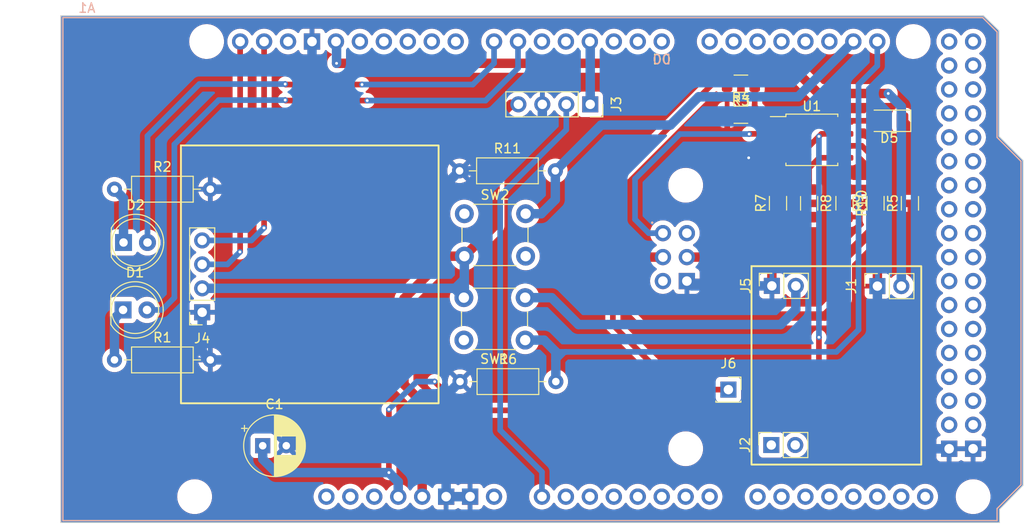
<source format=kicad_pcb>
(kicad_pcb (version 20221018) (generator pcbnew)
  (layers (0 "F.Cu" signal) (31 "B.Cu" signal) (34 "B.Paste" user) (35 "F.Paste" user) (36 "B.SilkS" user "B.Silkscreen") (37 "F.SilkS" user "F.Silkscreen") (38 "B.Mask" user) (39 "F.Mask" user) (44 "Edge.Cuts" user))
  (net 0 "")
  (net 1 "3V3")
  (net 2 "5V")
  (net 6 "A0")
  (net 26 "PE5")
  (net 29 "Net-(D1-A)")
  (net 30 "Net-(D2-A)")
  (net 36 "PB7")
  (net 43 "Net-(A1-D20{slash}SDA)")
  (net 44 "Net-(A1-D21{slash}SCL)")
  (net 77 "GND")
  (net 79 "MISO")
  (net 80 "MOSI")
  (net 83 "SCK")
  (net 84 "SCL_OLED")
  (net 85 "SDA_OLED")
  (net 87 "Net-(D1-K)")
  (net 88 "Net-(D2-K)")
  (net 89 "Net-(D5-K)")
  (net 92 "CS")
  (net 93 "Net-(U1-~{CS})")
  (net 94 "Data_In")
  (net 95 "CLK")
  (footprint "Resistor_SMD:R_1206_3216Metric" (layer "F.Cu") (at 180.01 85.9375 90)
    (fp_text reference "R7" (at 0 -1.82 90) (layer "F.SilkS"))
    (fp_text value "1k")
    (pad "1" smd roundrect (at -1.4625 0 90) (size 1.125 1.75) (layers "F.Cu" "F.Paste" "F.Mask") (roundrect_rratio 0.222222) (net 80 "MOSI"))
    (pad "2" smd roundrect (at 1.4625 0 90) (size 1.125 1.75) (layers "F.Cu" "F.Paste" "F.Mask") (roundrect_rratio 0.222222) (net 94 "Data_In"))
  )
  (footprint "LED_THT:LED_D5.0mm" (layer "F.Cu") (at 110.61 90.1)
    (fp_text reference "D2" (at 1.27 -3.96) (layer "F.SilkS"))
    (fp_text value "LED")
    (pad "1" thru_hole rect (at 0 0) (size 1.8 1.8) (drill 0.9) (layers "*.Cu" "*.Mask") (net 88 "Net-(D2-K)"))
    (pad "2" thru_hole circle (at 2.54 0) (size 1.8 1.8) (drill 0.9) (layers "*.Cu" "*.Mask") (net 30 "Net-(D2-A)"))
  )
  (footprint "Resistor_SMD:R_1206_3216Metric" (layer "F.Cu") (at 183.31 85.95 -90)
    (fp_text reference "R8" (at 0 -1.82 90) (layer "F.SilkS"))
    (fp_text value "2k")
    (pad "1" smd roundrect (at -1.4625 0 270) (size 1.125 1.75) (layers "F.Cu" "F.Paste" "F.Mask") (roundrect_rratio 0.222222) (net 94 "Data_In"))
    (pad "2" smd roundrect (at 1.4625 0 270) (size 1.125 1.75) (layers "F.Cu" "F.Paste" "F.Mask") (roundrect_rratio 0.222222) (net 77 "GND"))
  )
  (footprint "PCM_arduino-library:Arduino_Mega2560_R3_Shield" (layer "F.Cu") (at 104.18 119.59)
    (fp_text reference "A1" (at 2.54 -54.356) (layer "B.SilkS") (effects (justify mirror)))
    (fp_text value "Arduino_Mega2560_R3_Shield")
    (fp_text user "D0" (at 63.5 -48.895 unlocked) (layer "B.SilkS") (effects (justify mirror)))
    (fp_text user "." (at 62.484 -32.004) (layer "B.SilkS"))
    (fp_text user "D0" (at 63.5 -48.895 unlocked) (layer "F.SilkS"))
    (fp_text user "." (at 62.484 -32.004) (layer "F.SilkS"))
    (pad "" np_thru_hole circle (at 13.97 -2.54) (size 3.2 3.2) (drill 3.2) (layers "*.Cu" "*.Mask"))
    (pad "" np_thru_hole circle (at 15.24 -50.8) (size 3.2 3.2) (drill 3.2) (layers "*.Cu" "*.Mask"))
    (pad "" thru_hole oval (at 27.94 -2.54) (size 1.7272 1.7272) (drill 1.016) (layers "*.Cu" "*.Mask"))
    (pad "" np_thru_hole circle (at 66.04 -35.56) (size 3.2 3.2) (drill 3.2) (layers "*.Cu" "*.Mask"))
    (pad "" np_thru_hole circle (at 66.04 -7.62) (size 3.2 3.2) (drill 3.2) (layers "*.Cu" "*.Mask"))
    (pad "" np_thru_hole circle (at 90.17 -50.8) (size 3.2 3.2) (drill 3.2) (layers "*.Cu" "*.Mask"))
    (pad "" np_thru_hole circle (at 96.52 -2.54) (size 3.2 3.2) (drill 3.2) (layers "*.Cu" "*.Mask"))
    (pad "3V3" thru_hole oval (at 35.56 -2.54) (size 1.7272 1.7272) (drill 1.016) (layers "*.Cu" "*.Mask") (net 1 "3V3"))
    (pad "5V1" thru_hole oval (at 38.1 -2.54) (size 1.7272 1.7272) (drill 1.016) (layers "*.Cu" "*.Mask") (net 2 "5V"))
    (pad "5V2" thru_hole oval (at 66.167 -30.48) (size 1.7272 1.7272) (drill 1.016) (layers "*.Cu" "*.Mask"))
    (pad "5V3" thru_hole oval (at 93.98 -50.8) (size 1.7272 1.7272) (drill 1.016) (layers "*.Cu" "*.Mask"))
    (pad "5V4" thru_hole oval (at 96.52 -50.8) (size 1.7272 1.7272) (drill 1.016) (layers "*.Cu" "*.Mask"))
    (pad "A0" thru_hole oval (at 50.8 -2.54) (size 1.7272 1.7272) (drill 1.016) (layers "*.Cu" "*.Mask") (net 6 "A0"))
    (pad "A1" thru_hole oval (at 53.34 -2.54) (size 1.7272 1.7272) (drill 1.016) (layers "*.Cu" "*.Mask"))
    (pad "A2" thru_hole oval (at 55.88 -2.54) (size 1.7272 1.7272) (drill 1.016) (layers "*.Cu" "*.Mask"))
    (pad "A3" thru_hole oval (at 58.42 -2.54) (size 1.7272 1.7272) (drill 1.016) (layers "*.Cu" "*.Mask"))
    (pad "A4" thru_hole oval (at 60.96 -2.54) (size 1.7272 1.7272) (drill 1.016) (layers "*.Cu" "*.Mask"))
    (pad "A5" thru_hole oval (at 63.5 -2.54) (size 1.7272 1.7272) (drill 1.016) (layers "*.Cu" "*.Mask"))
    (pad "A6" thru_hole oval (at 66.04 -2.54) (size 1.7272 1.7272) (drill 1.016) (layers "*.Cu" "*.Mask"))
    (pad "A7" thru_hole oval (at 68.58 -2.54) (size 1.7272 1.7272) (drill 1.016) (layers "*.Cu" "*.Mask"))
    (pad "A8" thru_hole oval (at 73.66 -2.54) (size 1.7272 1.7272) (drill 1.016) (layers "*.Cu" "*.Mask"))
    (pad "A9" thru_hole oval (at 76.2 -2.54) (size 1.7272 1.7272) (drill 1.016) (layers "*.Cu" "*.Mask"))
    (pad "A10" thru_hole oval (at 78.74 -2.54) (size 1.7272 1.7272) (drill 1.016) (layers "*.Cu" "*.Mask"))
    (pad "A11" thru_hole oval (at 81.28 -2.54) (size 1.7272 1.7272) (drill 1.016) (layers "*.Cu" "*.Mask"))
    (pad "A12" thru_hole oval (at 83.82 -2.54) (size 1.7272 1.7272) (drill 1.016) (layers "*.Cu" "*.Mask"))
    (pad "A13" thru_hole oval (at 86.36 -2.54) (size 1.7272 1.7272) (drill 1.016) (layers "*.Cu" "*.Mask"))
    (pad "A14" thru_hole oval (at 88.9 -2.54) (size 1.7272 1.7272) (drill 1.016) (layers "*.Cu" "*.Mask"))
    (pad "A15" thru_hole oval (at 91.44 -2.54) (size 1.7272 1.7272) (drill 1.016) (layers "*.Cu" "*.Mask"))
    (pad "AREF" thru_hole oval (at 23.876 -50.8) (size 1.7272 1.7272) (drill 1.016) (layers "*.Cu" "*.Mask"))
    (pad "D0" thru_hole oval (at 63.5 -50.8) (size 1.7272 1.7272) (drill 1.016) (layers "*.Cu" "*.Mask"))
    (pad "D1" thru_hole oval (at 60.96 -50.8) (size 1.7272 1.7272) (drill 1.016) (layers "*.Cu" "*.Mask"))
    (pad "D2" thru_hole oval (at 58.42 -50.8) (size 1.7272 1.7272) (drill 1.016) (layers "*.Cu" "*.Mask"))
    (pad "D3" thru_hole oval (at 55.88 -50.8) (size 1.7272 1.7272) (drill 1.016) (layers "*.Cu" "*.Mask") (net 26 "PE5"))
    (pad "D4" thru_hole oval (at 53.34 -50.8) (size 1.7272 1.7272) (drill 1.016) (layers "*.Cu" "*.Mask"))
    (pad "D5" thru_hole oval (at 50.8 -50.8) (size 1.7272 1.7272) (drill 1.016) (layers "*.Cu" "*.Mask"))
    (pad "D6" thru_hole oval (at 48.26 -50.8) (size 1.7272 1.7272) (drill 1.016) (layers "*.Cu" "*.Mask") (net 29 "Net-(D1-A)"))
    (pad "D7" thru_hole oval (at 45.72 -50.8) (size 1.7272 1.7272) (drill 1.016) (layers "*.Cu" "*.Mask") (net 30 "Net-(D2-A)"))
    (pad "D8" thru_hole oval (at 41.656 -50.8) (size 1.7272 1.7272) (drill 1.016) (layers "*.Cu" "*.Mask"))
    (pad "D9" thru_hole oval (at 39.116 -50.8) (size 1.7272 1.7272) (drill 1.016) (layers "*.Cu" "*.Mask"))
    (pad "D10" thru_hole oval (at 36.576 -50.8) (size 1.7272 1.7272) (drill 1.016) (layers "*.Cu" "*.Mask"))
    (pad "D11" thru_hole oval (at 34.036 -50.8) (size 1.7272 1.7272) (drill 1.016) (layers "*.Cu" "*.Mask"))
    (pad "D12" thru_hole oval (at 31.496 -50.8) (size 1.7272 1.7272) (drill 1.016) (layers "*.Cu" "*.Mask"))
    (pad "D13" thru_hole oval (at 28.956 -50.8) (size 1.7272 1.7272) (drill 1.016) (layers "*.Cu" "*.Mask") (net 36 "PB7"))
    (pad "D14" thru_hole oval (at 68.58 -50.8) (size 1.7272 1.7272) (drill 1.016) (layers "*.Cu" "*.Mask"))
    (pad "D15" thru_hole oval (at 71.12 -50.8) (size 1.7272 1.7272) (drill 1.016) (layers "*.Cu" "*.Mask"))
    (pad "D16" thru_hole oval (at 73.66 -50.8) (size 1.7272 1.7272) (drill 1.016) (layers "*.Cu" "*.Mask"))
    (pad "D17" thru_hole oval (at 76.2 -50.8) (size 1.7272 1.7272) (drill 1.016) (layers "*.Cu" "*.Mask"))
    (pad "D18" thru_hole oval (at 78.74 -50.8) (size 1.7272 1.7272) (drill 1.016) (layers "*.Cu" "*.Mask"))
    (pad "D19" thru_hole oval (at 81.28 -50.8) (size 1.7272 1.7272) (drill 1.016) (layers "*.Cu" "*.Mask"))
    (pad "D20" thru_hole oval (at 83.82 -50.8) (size 1.7272 1.7272) (drill 1.016) (layers "*.Cu" "*.Mask") (net 43 "Net-(A1-D20{slash}SDA)"))
    (pad "D21" thru_hole oval (at 86.36 -50.8) (size 1.7272 1.7272) (drill 1.016) (layers "*.Cu" "*.Mask") (net 44 "Net-(A1-D21{slash}SCL)"))
    (pad "D22" thru_hole oval (at 93.98 -48.26) (size 1.7272 1.7272) (drill 1.016) (layers "*.Cu" "*.Mask"))
    (pad "D23" thru_hole oval (at 96.52 -48.26) (size 1.7272 1.7272) (drill 1.016) (layers "*.Cu" "*.Mask"))
    (pad "D24" thru_hole oval (at 93.98 -45.72) (size 1.7272 1.7272) (drill 1.016) (layers "*.Cu" "*.Mask"))
    (pad "D25" thru_hole oval (at 96.52 -45.72) (size 1.7272 1.7272) (drill 1.016) (layers "*.Cu" "*.Mask"))
    (pad "D26" thru_hole oval (at 93.98 -43.18) (size 1.7272 1.7272) (drill 1.016) (layers "*.Cu" "*.Mask"))
    (pad "D27" thru_hole oval (at 96.52 -43.18) (size 1.7272 1.7272) (drill 1.016) (layers "*.Cu" "*.Mask"))
    (pad "D28" thru_hole oval (at 93.98 -40.64) (size 1.7272 1.7272) (drill 1.016) (layers "*.Cu" "*.Mask"))
    (pad "D29" thru_hole oval (at 96.52 -40.64) (size 1.7272 1.7272) (drill 1.016) (layers "*.Cu" "*.Mask"))
    (pad "D30" thru_hole oval (at 93.98 -38.1) (size 1.7272 1.7272) (drill 1.016) (layers "*.Cu" "*.Mask"))
    (pad "D31" thru_hole oval (at 96.52 -38.1) (size 1.7272 1.7272) (drill 1.016) (layers "*.Cu" "*.Mask"))
    (pad "D32" thru_hole oval (at 93.98 -35.56) (size 1.7272 1.7272) (drill 1.016) (layers "*.Cu" "*.Mask"))
    (pad "D33" thru_hole oval (at 96.52 -35.56) (size 1.7272 1.7272) (drill 1.016) (layers "*.Cu" "*.Mask"))
    (pad "D34" thru_hole oval (at 93.98 -33.02) (size 1.7272 1.7272) (drill 1.016) (layers "*.Cu" "*.Mask"))
    (pad "D35" thru_hole oval (at 96.52 -33.02) (size 1.7272 1.7272) (drill 1.016) (layers "*.Cu" "*.Mask"))
    (pad "D36" thru_hole oval (at 93.98 -30.48) (size 1.7272 1.7272) (drill 1.016) (layers "*.Cu" "*.Mask"))
    (pad "D37" thru_hole oval (at 96.52 -30.48) (size 1.7272 1.7272) (drill 1.016) (layers "*.Cu" "*.Mask"))
    (pad "D38" thru_hole oval (at 93.98 -27.94) (size 1.7272 1.7272) (drill 1.016) (layers "*.Cu" "*.Mask"))
    (pad "D39" thru_hole oval (at 96.52 -27.94) (size 1.7272 1.7272) (drill 1.016) (layers "*.Cu" "*.Mask"))
    (pad "D40" thru_hole oval (at 93.98 -25.4) (size 1.7272 1.7272) (drill 1.016) (layers "*.Cu" "*.Mask"))
    (pad "D41" thru_hole oval (at 96.52 -25.4) (size 1.7272 1.7272) (drill 1.016) (layers "*.Cu" "*.Mask"))
    (pad "D42" thru_hole oval (at 93.98 -22.86) (size 1.7272 1.7272) (drill 1.016) (layers "*.Cu" "*.Mask"))
    (pad "D43" thru_hole oval (at 96.52 -22.86) (size 1.7272 1.7272) (drill 1.016) (layers "*.Cu" "*.Mask"))
    (pad "D44" thru_hole oval (at 93.98 -20.32) (size 1.7272 1.7272) (drill 1.016) (layers "*.Cu" "*.Mask"))
    (pad "D45" thru_hole oval (at 96.52 -20.32) (size 1.7272 1.7272) (drill 1.016) (layers "*.Cu" "*.Mask"))
    (pad "D46" thru_hole oval (at 93.98 -17.78) (size 1.7272 1.7272) (drill 1.016) (layers "*.Cu" "*.Mask"))
    (pad "D47" thru_hole oval (at 96.52 -17.78) (size 1.7272 1.7272) (drill 1.016) (layers "*.Cu" "*.Mask"))
    (pad "D48" thru_hole oval (at 93.98 -15.24) (size 1.7272 1.7272) (drill 1.016) (layers "*.Cu" "*.Mask"))
    (pad "D49" thru_hole oval (at 96.52 -15.24) (size 1.7272 1.7272) (drill 1.016) (layers "*.Cu" "*.Mask"))
    (pad "D50" thru_hole oval (at 93.98 -12.7) (size 1.7272 1.7272) (drill 1.016) (layers "*.Cu" "*.Mask"))
    (pad "D51" thru_hole oval (at 96.52 -12.7) (size 1.7272 1.7272) (drill 1.016) (layers "*.Cu" "*.Mask"))
    (pad "D52" thru_hole oval (at 93.98 -10.16) (size 1.7272 1.7272) (drill 1.016) (layers "*.Cu" "*.Mask"))
    (pad "D53" thru_hole oval (at 96.52 -10.16) (size 1.7272 1.7272) (drill 1.016) (layers "*.Cu" "*.Mask"))
    (pad "GND1" thru_hole rect (at 26.416 -50.8) (size 1.7272 1.7272) (drill 1.016) (layers "*.Cu" "*.Mask") (net 77 "GND"))
    (pad "GND2" thru_hole rect (at 40.64 -2.54) (size 1.7272 1.7272) (drill 1.016) (layers "*.Cu" "*.Mask") (net 77 "GND"))
    (pad "GND3" thru_hole rect (at 43.18 -2.54) (size 1.7272 1.7272) (drill 1.016) (layers "*.Cu" "*.Mask") (net 77 "GND"))
    (pad "GND4" thru_hole rect (at 66.167 -25.4) (size 1.7272 1.7272) (drill 1.016) (layers "*.Cu" "*.Mask") (net 77 "GND"))
    (pad "GND5" thru_hole rect (at 93.98 -7.62) (size 1.7272 1.7272) (drill 1.016) (layers "*.Cu" "*.Mask") (net 77 "GND"))
    (pad "GND6" thru_hole rect (at 96.52 -7.62) (size 1.7272 1.7272) (drill 1.016) (layers "*.Cu" "*.Mask") (net 77 "GND"))
    (pad "IORF" thru_hole oval (at 30.48 -2.54) (size 1.7272 1.7272) (drill 1.016) (layers "*.Cu" "*.Mask"))
    (pad "MISO" thru_hole oval (at 63.627 -30.48) (size 1.7272 1.7272) (drill 1.016) (layers "*.Cu" "*.Mask") (net 79 "MISO"))
    (pad "MOSI" thru_hole oval (at 66.167 -27.94) (size 1.7272 1.7272) (drill 1.016) (layers "*.Cu" "*.Mask") (net 80 "MOSI"))
    (pad "RST1" thru_hole oval (at 33.02 -2.54) (size 1.7272 1.7272) (drill 1.016) (layers "*.Cu" "*.Mask"))
    (pad "RST2" thru_hole oval (at 63.627 -25.4) (size 1.7272 1.7272) (drill 1.016) (layers "*.Cu" "*.Mask"))
    (pad "SCK" thru_hole oval (at 63.627 -27.94) (size 1.7272 1.7272) (drill 1.016) (layers "*.Cu" "*.Mask") (net 83 "SCK"))
    (pad "SCL" thru_hole oval (at 18.796 -50.8) (size 1.7272 1.7272) (drill 1.016) (layers "*.Cu" "*.Mask") (net 84 "SCL_OLED"))
    (pad "SDA" thru_hole oval (at 21.336 -50.8) (size 1.7272 1.7272) (drill 1.016) (layers "*.Cu" "*.Mask") (net 85 "SDA_OLED"))
    (pad "VIN" thru_hole oval (at 45.72 -2.54) (size 1.7272 1.7272) (drill 1.016) (layers "*.Cu" "*.Mask"))
  )
  (footprint "LED_SMD:LED_1206_3216Metric" (layer "F.Cu") (at 191.8035 77.195763 180)
    (fp_text reference "D5" (at 0 -1.82) (layer "F.SilkS"))
    (fp_text value "LED")
    (pad "1" smd roundrect (at -1.4 0 180) (size 1.25 1.75) (layers "F.Cu" "F.Paste" "F.Mask") (roundrect_rratio 0.2) (net 89 "Net-(D5-K)"))
    (pad "2" smd roundrect (at 1.4 0 180) (size 1.25 1.75) (layers "F.Cu" "F.Paste" "F.Mask") (roundrect_rratio 0.2) (net 1 "3V3"))
  )
  (footprint "Connector_PinSocket_2.54mm:PinSocket_1x04_P2.54mm_Vertical" (layer "F.Cu") (at 160.1 75.45 -90)
    (fp_text reference "J3" (at 0 -2.77 90) (layer "F.SilkS"))
    (fp_text value "MQ-2 MODULE")
    (pad "1" thru_hole rect (at 0 0 270) (size 1.7 1.7) (drill 1) (layers "*.Cu" "*.Mask") (net 26 "PE5"))
    (pad "2" thru_hole oval (at 0 2.54 270) (size 1.7 1.7) (drill 1) (layers "*.Cu" "*.Mask") (net 6 "A0"))
    (pad "3" thru_hole oval (at 0 5.08 270) (size 1.7 1.7) (drill 1) (layers "*.Cu" "*.Mask") (net 77 "GND"))
    (pad "4" thru_hole oval (at 0 7.62 270) (size 1.7 1.7) (drill 1) (layers "*.Cu" "*.Mask") (net 2 "5V"))
  )
  (footprint "Resistor_SMD:R_1206_3216Metric" (layer "F.Cu") (at 194 85.95 90)
    (fp_text reference "R5" (at 0 -1.82 90) (layer "F.SilkS"))
    (fp_text value "100R")
    (pad "1" smd roundrect (at -1.4625 0 90) (size 1.125 1.75) (layers "F.Cu" "F.Paste" "F.Mask") (roundrect_rratio 0.222222) (net 77 "GND"))
    (pad "2" smd roundrect (at 1.4625 0 90) (size 1.125 1.75) (layers "F.Cu" "F.Paste" "F.Mask") (roundrect_rratio 0.222222) (net 89 "Net-(D5-K)"))
  )
  (footprint "Resistor_SMD:R_1206_3216Metric" (layer "F.Cu") (at 176.0775 73.26 180)
    (fp_text reference "R3" (at 0 -1.82) (layer "F.SilkS"))
    (fp_text value "1k")
    (pad "1" smd roundrect (at -1.4625 0 180) (size 1.125 1.75) (layers "F.Cu" "F.Paste" "F.Mask") (roundrect_rratio 0.222222) (net 93 "Net-(U1-~{CS})"))
    (pad "2" smd roundrect (at 1.4625 0 180) (size 1.125 1.75) (layers "F.Cu" "F.Paste" "F.Mask") (roundrect_rratio 0.222222) (net 92 "CS"))
  )
  (footprint "Connector_PinSocket_2.54mm:PinSocket_1x02_P2.54mm_Vertical" (layer "F.Cu") (at 179.3 111.575 90)
    (fp_text reference "J2" (at 0 -2.77 90) (layer "F.SilkS"))
    (fp_text value "Speaker Conn")
    (pad "1" thru_hole rect (at 0 0 90) (size 1.7 1.7) (drill 1) (layers "*.Cu" "*.Mask"))
    (pad "2" thru_hole oval (at 0 2.54 90) (size 1.7 1.7) (drill 1) (layers "*.Cu" "*.Mask"))
  )
  (footprint "Connector_PinSocket_2.54mm:PinSocket_1x02_P2.54mm_Vertical" (layer "F.Cu") (at 179.36 94.7 90)
    (fp_text reference "J5" (at 0 -2.77 90) (layer "F.SilkS"))
    (fp_text value "VCC")
    (pad "1" thru_hole rect (at 0 0 90) (size 1.7 1.7) (drill 1) (layers "*.Cu" "*.Mask") (net 77 "GND"))
    (pad "2" thru_hole oval (at 0 2.54 90) (size 1.7 1.7) (drill 1) (layers "*.Cu" "*.Mask") (net 2 "5V"))
  )
  (footprint "Connector_PinSocket_2.54mm:PinSocket_1x04_P2.54mm_Vertical" (layer "F.Cu") (at 118.95 97.5 180)
    (fp_text reference "J4" (at 0 -2.77) (layer "F.SilkS"))
    (fp_text value "OLED MODULE")
    (pad "1" thru_hole rect (at 0 0 180) (size 1.7 1.7) (drill 1) (layers "*.Cu" "*.Mask") (net 77 "GND"))
    (pad "2" thru_hole oval (at 0 2.54 180) (size 1.7 1.7) (drill 1) (layers "*.Cu" "*.Mask") (net 2 "5V"))
    (pad "3" thru_hole oval (at 0 5.08 180) (size 1.7 1.7) (drill 1) (layers "*.Cu" "*.Mask") (net 84 "SCL_OLED"))
    (pad "4" thru_hole oval (at 0 7.62 180) (size 1.7 1.7) (drill 1) (layers "*.Cu" "*.Mask") (net 85 "SDA_OLED"))
  )
  (footprint "Connector_PinSocket_2.54mm:PinSocket_1x01_P2.54mm_Vertical" (layer "F.Cu") (at 174.75 105.7)
    (fp_text reference "J6" (at 0 -2.77) (layer "F.SilkS"))
    (fp_text value "To D53")
    (pad "1" thru_hole rect (at 0 0) (size 1.7 1.7) (drill 1) (layers "*.Cu" "*.Mask") (net 92 "CS"))
  )
  (footprint "Resistor_THT:R_Axial_DIN0207_L6.3mm_D2.5mm_P10.16mm_Horizontal" (layer "F.Cu") (at 146.29 104.85)
    (fp_text reference "R6" (at 5.08 -2.37) (layer "F.SilkS"))
    (fp_text value "220R")
    (pad "1" thru_hole circle (at 0 0) (size 1.6 1.6) (drill 0.8) (layers "*.Cu" "*.Mask") (net 77 "GND"))
    (pad "2" thru_hole oval (at 10.16 0) (size 1.6 1.6) (drill 0.8) (layers "*.Cu" "*.Mask") (net 44 "Net-(A1-D21{slash}SCL)"))
  )
  (footprint "Button_Switch_THT:SW_PUSH_6mm_H8mm" (layer "F.Cu") (at 153.2 100.45 180)
    (fp_text reference "SW1" (at 3.25 -2) (layer "F.SilkS"))
    (fp_text value "SW_Push")
    (pad "1" thru_hole circle (at 0 0 270) (size 2 2) (drill 1.1) (layers "*.Cu" "*.Mask") (net 44 "Net-(A1-D21{slash}SCL)"))
    (pad "1" thru_hole circle (at 6.5 0 270) (size 2 2) (drill 1.1) (layers "*.Cu" "*.Mask") (net 44 "Net-(A1-D21{slash}SCL)"))
    (pad "2" thru_hole circle (at 0 4.5 270) (size 2 2) (drill 1.1) (layers "*.Cu" "*.Mask") (net 2 "5V"))
    (pad "2" thru_hole circle (at 6.5 4.5 270) (size 2 2) (drill 1.1) (layers "*.Cu" "*.Mask") (net 2 "5V"))
  )
  (footprint "Package_SO:SOP-8_5.28x5.23mm_P1.27mm" (layer "F.Cu") (at 183.6 79.215)
    (fp_text reference "U1" (at 0 -3.56) (layer "F.SilkS"))
    (fp_text value "W25Q32JVSS")
    (pad "1" smd roundrect (at -3.6 -1.905) (size 1.6 0.6) (layers "F.Cu" "F.Paste" "F.Mask") (net 93 "Net-(U1-~{CS})"))
    (pad "2" smd roundrect (at -3.6 -0.635) (size 1.6 0.6) (layers "F.Cu" "F.Paste" "F.Mask") (net 79 "MISO"))
    (pad "3" smd roundrect (at -3.6 0.635) (size 1.6 0.6) (layers "F.Cu" "F.Paste" "F.Mask") (net 1 "3V3"))
    (pad "4" smd roundrect (at -3.6 1.905) (size 1.6 0.6) (layers "F.Cu" "F.Paste" "F.Mask") (net 77 "GND"))
    (pad "5" smd roundrect (at 3.6 1.905) (size 1.6 0.6) (layers "F.Cu" "F.Paste" "F.Mask") (net 94 "Data_In"))
    (pad "6" smd roundrect (at 3.6 0.635) (size 1.6 0.6) (layers "F.Cu" "F.Paste" "F.Mask") (net 95 "CLK"))
    (pad "7" smd roundrect (at 3.6 -0.635) (size 1.6 0.6) (layers "F.Cu" "F.Paste" "F.Mask") (net 1 "3V3"))
    (pad "8" smd roundrect (at 3.6 -1.905) (size 1.6 0.6) (layers "F.Cu" "F.Paste" "F.Mask") (net 1 "3V3"))
  )
  (footprint "Resistor_SMD:R_1206_3216Metric" (layer "F.Cu") (at 176.0775 76.55)
    (fp_text reference "R4" (at 0 -1.82) (layer "F.SilkS"))
    (fp_text value "2k")
    (pad "1" smd roundrect (at -1.4625 0) (size 1.125 1.75) (layers "F.Cu" "F.Paste" "F.Mask") (roundrect_rratio 0.222222) (net 77 "GND"))
    (pad "2" smd roundrect (at 1.4625 0) (size 1.125 1.75) (layers "F.Cu" "F.Paste" "F.Mask") (roundrect_rratio 0.222222) (net 93 "Net-(U1-~{CS})"))
  )
  (footprint "Connector_PinSocket_2.54mm:PinSocket_1x02_P2.54mm_Vertical" (layer "F.Cu") (at 190.55 94.725 90)
    (fp_text reference "J1" (at 0 -2.77 90) (layer "F.SilkS"))
    (fp_text value "AMP MODULE")
    (pad "1" thru_hole rect (at 0 0 90) (size 1.7 1.7) (drill 1) (layers "*.Cu" "*.Mask") (net 77 "GND"))
    (pad "2" thru_hole oval (at 0 2.54 90) (size 1.7 1.7) (drill 1) (layers "*.Cu" "*.Mask") (net 36 "PB7"))
  )
  (footprint "Button_Switch_THT:SW_PUSH_6mm_H8mm" (layer "F.Cu") (at 146.75 87.05)
    (fp_text reference "SW2" (at 3.25 -2) (layer "F.SilkS"))
    (fp_text value "SW_Push")
    (pad "1" thru_hole circle (at 0 0 90) (size 2 2) (drill 1.1) (layers "*.Cu" "*.Mask") (net 43 "Net-(A1-D20{slash}SDA)"))
    (pad "1" thru_hole circle (at 6.5 0 90) (size 2 2) (drill 1.1) (layers "*.Cu" "*.Mask") (net 43 "Net-(A1-D20{slash}SDA)"))
    (pad "2" thru_hole circle (at 0 4.5 90) (size 2 2) (drill 1.1) (layers "*.Cu" "*.Mask") (net 2 "5V"))
    (pad "2" thru_hole circle (at 6.5 4.5 90) (size 2 2) (drill 1.1) (layers "*.Cu" "*.Mask") (net 2 "5V"))
  )
  (footprint "Capacitor_THT:CP_Radial_D6.3mm_P2.50mm" (layer "F.Cu") (at 125.367621 111.65)
    (fp_text reference "C1" (at 1.25 -4.4) (layer "F.SilkS"))
    (fp_text value "C_Polarized")
    (pad "1" thru_hole rect (at 0 0) (size 1.6 1.6) (drill 0.8) (layers "*.Cu" "*.Mask") (net 1 "3V3"))
    (pad "2" thru_hole circle (at 2.5 0) (size 1.6 1.6) (drill 0.8) (layers "*.Cu" "*.Mask") (net 77 "GND"))
  )
  (footprint "Resistor_THT:R_Axial_DIN0207_L6.3mm_D2.5mm_P10.16mm_Horizontal" (layer "F.Cu") (at 109.65 84.45)
    (fp_text reference "R2" (at 5.08 -2.37) (layer "F.SilkS"))
    (fp_text value "220R")
    (pad "1" thru_hole circle (at 0 0) (size 1.6 1.6) (drill 0.8) (layers "*.Cu" "*.Mask") (net 88 "Net-(D2-K)"))
    (pad "2" thru_hole oval (at 10.16 0) (size 1.6 1.6) (drill 0.8) (layers "*.Cu" "*.Mask") (net 77 "GND"))
  )
  (footprint "Resistor_THT:R_Axial_DIN0207_L6.3mm_D2.5mm_P10.16mm_Horizontal" (layer "F.Cu") (at 109.65 102.55)
    (fp_text reference "R1" (at 5.08 -2.37) (layer "F.SilkS"))
    (fp_text value "220R")
    (pad "1" thru_hole circle (at 0 0) (size 1.6 1.6) (drill 0.8) (layers "*.Cu" "*.Mask") (net 87 "Net-(D1-K)"))
    (pad "2" thru_hole oval (at 10.16 0) (size 1.6 1.6) (drill 0.8) (layers "*.Cu" "*.Mask") (net 77 "GND"))
  )
  (footprint "Resistor_SMD:R_1206_3216Metric" (layer "F.Cu") (at 187.06 85.9375 -90)
    (fp_text reference "R10" (at 0 -1.82 90) (layer "F.SilkS"))
    (fp_text value "2k")
    (pad "1" smd roundrect (at -1.4625 0 270) (size 1.125 1.75) (layers "F.Cu" "F.Paste" "F.Mask") (roundrect_rratio 0.222222) (net 95 "CLK"))
    (pad "2" smd roundrect (at 1.4625 0 270) (size 1.125 1.75) (layers "F.Cu" "F.Paste" "F.Mask") (roundrect_rratio 0.222222) (net 77 "GND"))
  )
  (footprint "Resistor_SMD:R_1206_3216Metric" (layer "F.Cu") (at 190.35 85.9375 90)
    (fp_text reference "R9" (at 0 -1.82 90) (layer "F.SilkS"))
    (fp_text value "1k")
    (pad "1" smd roundrect (at -1.4625 0 90) (size 1.125 1.75) (layers "F.Cu" "F.Paste" "F.Mask") (roundrect_rratio 0.222222) (net 83 "SCK"))
    (pad "2" smd roundrect (at 1.4625 0 90) (size 1.125 1.75) (layers "F.Cu" "F.Paste" "F.Mask") (roundrect_rratio 0.222222) (net 95 "CLK"))
  )
  (footprint "Resistor_THT:R_Axial_DIN0207_L6.3mm_D2.5mm_P10.16mm_Horizontal" (layer "F.Cu") (at 146.24 82.5)
    (fp_text reference "R11" (at 5.08 -2.37) (layer "F.SilkS"))
    (fp_text value "220R")
    (pad "1" thru_hole circle (at 0 0) (size 1.6 1.6) (drill 0.8) (layers "*.Cu" "*.Mask") (net 77 "GND"))
    (pad "2" thru_hole oval (at 10.16 0) (size 1.6 1.6) (drill 0.8) (layers "*.Cu" "*.Mask") (net 43 "Net-(A1-D20{slash}SDA)"))
  )
  (footprint "LED_THT:LED_D5.0mm" (layer "F.Cu") (at 110.56 97.25)
    (fp_text reference "D1" (at 1.27 -3.96) (layer "F.SilkS"))
    (fp_text value "LED")
    (pad "1" thru_hole rect (at 0 0) (size 1.8 1.8) (drill 0.9) (layers "*.Cu" "*.Mask") (net 87 "Net-(D1-K)"))
    (pad "2" thru_hole circle (at 2.54 0) (size 1.8 1.8) (drill 0.9) (layers "*.Cu" "*.Mask") (net 29 "Net-(D1-A)"))
  )
  (gr_rect (start 177.2 92.61) (end 195.2 113.65) (stroke (width 0.2)) (fill none) (layer "F.SilkS"))
  (gr_rect (start 116.7 79.81) (end 144.02 107.15) (stroke (width 0.2)) (fill none) (layer "F.SilkS"))
  (gr_line (start 203.45 67.65) (end 203.45 78.85) (stroke (width 0.1)) (layer "Edge.Cuts"))
  (gr_line (start 206 81.4) (end 206 115.85) (stroke (width 0.1)) (layer "Edge.Cuts"))
  (gr_line (start 203.5 118.4) (end 203.5 119.8) (stroke (width 0.1)) (layer "Edge.Cuts"))
  (gr_line (start 103.95 119.8) (end 103.95 66.05) (stroke (width 0.1)) (layer "Edge.Cuts"))
  (gr_line (start 203.45 78.85) (end 206 81.4) (stroke (width 0.1)) (layer "Edge.Cuts"))
  (gr_line (start 201.8 66.05) (end 203.45 67.65) (stroke (width 0.1)) (layer "Edge.Cuts"))
  (gr_line (start 103.95 66.05) (end 201.8 66.05) (stroke (width 0.1)) (layer "Edge.Cuts"))
  (gr_line (start 206 115.85) (end 203.5 118.4) (stroke (width 0.1)) (layer "Edge.Cuts"))
  (gr_line (start 203.5 119.8) (end 103.95 119.8) (stroke (width 0.1)) (layer "Edge.Cuts"))
  (segment (start 186.98 77.95) (end 186.35 78.58) (width 0.6) (layer "F.Cu") (net 1))
  (segment (start 190.4035 77.195763) (end 187.314237 77.195763) (width 0.6) (layer "F.Cu") (net 1))
  (segment (start 187.2 78.58) (end 186.35 78.58) (width 0.6) (layer "F.Cu") (net 1))
  (segment (start 146.65 107.9) (end 143.6 104.85) (width 0.6) (layer "F.Cu") (net 1))
  (segment (start 186.35 78.58) (end 184.62 78.58) (width 0.6) (layer "F.Cu") (net 1))
  (segment (start 187.2 77.31) (end 187.2 77.95) (width 0.6) (layer "F.Cu") (net 1))
  (segment (start 184.35 100.15) (end 184.35 105.6) (width 0.6) (layer "F.Cu") (net 1))
  (segment (start 184.62 78.58) (end 183.35 79.85) (width 0.6) (layer "F.Cu") (net 1))
  (segment (start 138.75 107.8) (end 138.75 114.5) (width 0.6) (layer "F.Cu") (net 1))
  (segment (start 183.35 79.85) (end 180 79.85) (width 0.6) (layer "F.Cu") (net 1))
  (segment (start 187.314237 77.195763) (end 187.2 77.31) (width 0.6) (layer "F.Cu") (net 1))
  (segment (start 187.2 77.95) (end 187.2 78.58) (width 0.6) (layer "F.Cu") (net 1))
  (segment (start 184.35 105.6) (end 182.05 107.9) (width 0.6) (layer "F.Cu") (net 1))
  (segment (start 187.2 77.95) (end 186.98 77.95) (width 0.6) (layer "F.Cu") (net 1))
  (segment (start 182.05 107.9) (end 146.65 107.9) (width 0.6) (layer "F.Cu") (net 1))
  (via (at 184.35 100.15) (size 0.6) (drill 0.3) (layers "F.Cu" "B.Cu") (net 1))
  (via (at 138.75 107.8) (size 0.6) (drill 0.3) (layers "F.Cu" "B.Cu") (net 1))
  (via (at 143.6 104.85) (size 0.6) (drill 0.3) (layers "F.Cu" "B.Cu") (net 1))
  (via (at 138.75 114.5) (size 0.6) (drill 0.3) (layers "F.Cu" "B.Cu") (net 1))
  (via (at 184.35 78.85) (size 0.6) (drill 0.3) (layers "F.Cu" "B.Cu") (net 1))
  (segment (start 125.367621 113.067621) (end 126.8 114.5) (width 1) (layer "B.Cu") (net 1))
  (segment (start 139.75 115.5) (end 139.74 115.51) (width 1) (layer "B.Cu") (net 1))
  (segment (start 138.75 114.5) (end 139.75 115.5) (width 1) (layer "B.Cu") (net 1))
  (segment (start 139.74 115.51) (end 139.74 117.05) (width 1) (layer "B.Cu") (net 1))
  (segment (start 126.8 114.5) (end 138.75 114.5) (width 1) (layer "B.Cu") (net 1))
  (segment (start 125.367621 111.65) (end 125.367621 113.067621) (width 1) (layer "B.Cu") (net 1))
  (segment (start 141.7 104.85) (end 138.75 107.8) (width 0.6) (layer "B.Cu") (net 1))
  (segment (start 184.35 78.85) (end 184.35 100.15) (width 0.6) (layer "B.Cu") (net 1))
  (segment (start 143.6 104.85) (end 141.7 104.85) (width 0.6) (layer "B.Cu") (net 1))
  (segment (start 151.7 75.45) (end 150 77.15) (width 1) (layer "F.Cu") (net 2))
  (segment (start 140.35 96.05) (end 140.35 105.15) (width 1) (layer "F.Cu") (net 2))
  (segment (start 150 88.3) (end 146.75 91.55) (width 1) (layer "F.Cu") (net 2))
  (segment (start 152.48 75.45) (end 151.7 75.45) (width 1) (layer "F.Cu") (net 2))
  (segment (start 140.35 105.15) (end 142.28 107.08) (width 1) (layer "F.Cu") (net 2))
  (segment (start 150 77.15) (end 150 88.3) (width 1) (layer "F.Cu") (net 2))
  (segment (start 144.85 91.55) (end 140.35 96.05) (width 1) (layer "F.Cu") (net 2))
  (segment (start 142.28 107.08) (end 142.28 117.05) (width 1) (layer "F.Cu") (net 2))
  (segment (start 146.75 91.55) (end 144.85 91.55) (width 1) (layer "F.Cu") (net 2))
  (segment (start 145.71 94.96) (end 145.79 94.96) (width 1) (layer "B.Cu") (net 2))
  (segment (start 145.79 94.96) (end 146.75 94) (width 1) (layer "B.Cu") (net 2))
  (segment (start 118.95 94.96) (end 145.65 94.96) (width 1) (layer "B.Cu") (net 2))
  (segment (start 158.85 98.8) (end 156 95.95) (width 1) (layer "B.Cu") (net 2))
  (segment (start 146.75 95.9) (end 146.7 95.95) (width 1) (layer "B.Cu") (net 2))
  (segment (start 156 95.95) (end 153.2 95.95) (width 1) (layer "B.Cu") (net 2))
  (segment (start 180.3 98.8) (end 158.85 98.8) (width 1) (layer "B.Cu") (net 2))
  (segment (start 181.9 97.2) (end 180.3 98.8) (width 1) (layer "B.Cu") (net 2))
  (segment (start 145.65 94.96) (end 146.69 94.96) (width 1) (layer "B.Cu") (net 2))
  (segment (start 181.9 94.7) (end 181.9 97.2) (width 1) (layer "B.Cu") (net 2))
  (segment (start 145.71 94.96) (end 146.7 95.95) (width 1) (layer "B.Cu") (net 2))
  (segment (start 146.69 94.96) (end 146.75 94.9) (width 1) (layer "B.Cu") (net 2))
  (segment (start 146.75 91.55) (end 146.75 94) (width 1) (layer "B.Cu") (net 2))
  (segment (start 146.75 94) (end 146.75 94.9) (width 1) (layer "B.Cu") (net 2))
  (segment (start 145.65 94.96) (end 145.71 94.96) (width 1) (layer "B.Cu") (net 2))
  (segment (start 146.75 94.9) (end 146.75 95.9) (width 1) (layer "B.Cu") (net 2))
  (segment (start 150.55 110) (end 154.98 114.43) (width 0.6) (layer "B.Cu") (net 6))
  (segment (start 157.56 75.45) (end 157.56 78.14) (width 0.6) (layer "B.Cu") (net 6))
  (segment (start 154.98 114.43) (end 154.98 117.05) (width 0.6) (layer "B.Cu") (net 6))
  (segment (start 150.55 85.15) (end 150.55 110) (width 0.6) (layer "B.Cu") (net 6))
  (segment (start 157.56 78.14) (end 150.55 85.15) (width 0.6) (layer "B.Cu") (net 6))
  (segment (start 160.1 75.45) (end 160.1 68.83) (width 1) (layer "B.Cu") (net 26))
  (segment (start 160.1 68.83) (end 160.06 68.79) (width 1) (layer "B.Cu") (net 26))
  (segment (start 136.45 75.05) (end 127.8 75.05) (width 0.6) (layer "F.Cu") (net 29))
  (segment (start 127.8 75.05) (end 127.75 75) (width 0.6) (layer "F.Cu") (net 29))
  (via (at 127.75 75) (size 0.6) (drill 0.3) (layers "F.Cu" "B.Cu") (net 29))
  (via (at 136.45 75.05) (size 0.6) (drill 0.3) (layers "F.Cu" "B.Cu") (net 29))
  (segment (start 120.7 75) (end 116 79.7) (width 0.6) (layer "B.Cu") (net 29))
  (segment (start 149 75.05) (end 136.45 75.05) (width 0.6) (layer "B.Cu") (net 29))
  (segment (start 152.44 71.61) (end 149.5 74.55) (width 0.6) (layer "B.Cu") (net 29))
  (segment (start 152.44 68.79) (end 152.44 71.61) (width 0.6) (layer "B.Cu") (net 29))
  (segment (start 127.75 75) (end 120.7 75) (width 0.6) (layer "B.Cu") (net 29))
  (segment (start 116 79.7) (end 116 95.95) (width 0.6) (layer "B.Cu") (net 29))
  (segment (start 149.5 74.55) (end 149 75.05) (width 0.6) (layer "B.Cu") (net 29))
  (segment (start 114.7 97.25) (end 113.1 97.25) (width 0.6) (layer "B.Cu") (net 29))
  (segment (start 116 95.95) (end 114.7 97.25) (width 0.6) (layer "B.Cu") (net 29))
  (segment (start 127.8 73.35) (end 135.9 73.35) (width 0.6) (layer "F.Cu") (net 30))
  (segment (start 127.75 73.3) (end 127.8 73.35) (width 0.6) (layer "F.Cu") (net 30))
  (via (at 135.9 73.35) (size 0.6) (drill 0.3) (layers "F.Cu" "B.Cu") (net 30))
  (via (at 127.75 73.3) (size 0.6) (drill 0.3) (layers "F.Cu" "B.Cu") (net 30))
  (segment (start 127.75 73.3) (end 118.65 73.3) (width 0.6) (layer "B.Cu") (net 30))
  (segment (start 135.9 73.35) (end 147.65 73.35) (width 0.6) (layer "B.Cu") (net 30))
  (segment (start 113.15 78.8) (end 113.15 90.1) (width 0.6) (layer "B.Cu") (net 30))
  (segment (start 118.65 73.3) (end 113.15 78.8) (width 0.6) (layer "B.Cu") (net 30))
  (segment (start 147.65 73.35) (end 149.9 71.1) (width 0.6) (layer "B.Cu") (net 30))
  (segment (start 149.9 71.1) (end 149.9 68.79) (width 0.6) (layer "B.Cu") (net 30))
  (segment (start 181.1 71.1) (end 133.2 71.1) (width 1) (layer "F.Cu") (net 36))
  (segment (start 191.7 74.3) (end 184.3 74.3) (width 1) (layer "F.Cu") (net 36))
  (segment (start 184.3 74.3) (end 181.1 71.1) (width 1) (layer "F.Cu") (net 36))
  (via (at 191.7 74.3) (size 0.6) (drill 0.3) (layers "F.Cu" "B.Cu") (net 36))
  (via (at 133.2 71.1) (size 0.6) (drill 0.3) (layers "F.Cu" "B.Cu") (net 36))
  (segment (start 193.09 94.725) (end 193.09 75.69) (width 1) (layer "B.Cu") (net 36))
  (segment (start 133.2 68.854) (end 133.136 68.79) (width 1) (layer "B.Cu") (net 36))
  (segment (start 193.09 75.69) (end 191.7 74.3) (width 1) (layer "B.Cu") (net 36))
  (segment (start 133.2 71.1) (end 133.2 68.854) (width 1) (layer "B.Cu") (net 36))
  (segment (start 182.14 74.65) (end 171.6 74.65) (width 1) (layer "B.Cu") (net 43))
  (segment (start 156.4 85.55) (end 156.4 82.5) (width 1) (layer "B.Cu") (net 43))
  (segment (start 168.6024 77.6476) (end 161.2524 77.6476) (width 1) (layer "B.Cu") (net 43))
  (segment (start 171.6 74.65) (end 168.6024 77.6476) (width 1) (layer "B.Cu") (net 43))
  (segment (start 161.2524 77.6476) (end 156.4 82.5) (width 1) (layer "B.Cu") (net 43))
  (segment (start 188 68.79) (end 182.14 74.65) (width 1) (layer "B.Cu") (net 43))
  (segment (start 153.25 87.05) (end 154.9 87.05) (width 1) (layer "B.Cu") (net 43))
  (segment (start 154.9 87.05) (end 156.4 85.55) (width 1) (layer "B.Cu") (net 43))
  (segment (start 186.2 101.7) (end 157.55 101.7) (width 0.6) (layer "B.Cu") (net 44))
  (segment (start 156.45 102.65) (end 156.45 104.85) (width 1) (layer "B.Cu") (net 44))
  (segment (start 190.54 68.79) (end 190.54 71.36) (width 0.6) (layer "B.Cu") (net 44))
  (segment (start 153.2 100.45) (end 155.2 100.45) (width 1) (layer "B.Cu") (net 44))
  (segment (start 188.55 73.35) (end 188.55 99.35) (width 0.6) (layer "B.Cu") (net 44))
  (segment (start 156.45 101.7) (end 156.45 102.65) (width 1) (layer "B.Cu") (net 44))
  (segment (start 157.55 101.7) (end 157.4 101.7) (width 0.6) (layer "B.Cu") (net 44))
  (segment (start 188.55 99.35) (end 186.2 101.7) (width 0.6) (layer "B.Cu") (net 44))
  (segment (start 157.4 101.7) (end 156.45 102.65) (width 0.6) (layer "B.Cu") (net 44))
  (segment (start 155.2 100.45) (end 156.45 101.7) (width 1) (layer "B.Cu") (net 44))
  (segment (start 190.54 71.36) (end 188.55 73.35) (width 0.6) (layer "B.Cu") (net 44))
  (segment (start 157.55 101.7) (end 156.45 101.7) (width 0.6) (layer "B.Cu") (net 44))
  (segment (start 180 81.12) (end 176.37 81.12) (width 0.6) (layer "F.Cu") (net 77))
  (segment (start 185.2 87.4) (end 185.2 88.4) (width 1) (layer "F.Cu") (net 77))
  (segment (start 185.2 89.1) (end 183.45 90.85) (width 1) (layer "F.Cu") (net 77))
  (segment (start 183.45 90.85) (end 181.4 90.85) (width 1) (layer "F.Cu") (net 77))
  (segment (start 194 88.35) (end 190.55 91.8) (width 1) (layer "F.Cu") (net 77))
  (segment (start 183.31 87.4125) (end 184.2125 87.4125) (width 1) (layer "F.Cu") (net 77))
  (segment (start 184.2125 87.4125) (end 185.2 88.4) (width 1) (layer "F.Cu") (net 77))
  (segment (start 183.3225 87.4) (end 183.31 87.4125) (width 1) (layer "F.Cu") (net 77))
  (segment (start 176.37 81.12) (end 174.625 79.375) (width 0.6) (layer "F.Cu") (net 77))
  (segment (start 186.2 87.4) (end 185.2 88.4) (width 1) (layer "F.Cu") (net 77))
  (segment (start 174.625 79.375) (end 174.625 76.1) (width 0.6) (layer "F.Cu") (net 77))
  (segment (start 185.2 88.4) (end 185.2 89.1) (width 1) (layer "F.Cu") (net 77))
  (segment (start 181.4 90.85) (end 179.36 92.89) (width 1) (layer "F.Cu") (net 77))
  (segment (start 174.625 76.1) (end 174.615 76.09) (width 0.6) (layer "F.Cu") (net 77))
  (segment (start 179.36 92.89) (end 179.36 94.7) (width 1) (layer "F.Cu") (net 77))
  (segment (start 187.06 87.4) (end 185.2 87.4) (width 1) (layer "F.Cu") (net 77))
  (segment (start 190.55 91.8) (end 190.55 94.725) (width 1) (layer "F.Cu") (net 77))
  (segment (start 187.06 87.4) (end 186.2 87.4) (width 1) (layer "F.Cu") (net 77))
  (segment (start 194 87.4125) (end 194 88.35) (width 1) (layer "F.Cu") (net 77))
  (segment (start 185.2 87.4) (end 183.3225 87.4) (width 1) (layer "F.Cu") (net 77))
  (via (at 176.9 81.12) (size 0.6) (drill 0.3) (layers "F.Cu" "B.Cu") (net 77))
  (segment (start 142.62 111.65) (end 143.21 111.06) (width 1) (layer "B.Cu") (net 77))
  (segment (start 175.9 94.7) (end 170.857 94.7) (width 1) (layer "B.Cu") (net 77))
  (segment (start 144.82 111.7) (end 144.82 112.85) (width 1) (layer "B.Cu") (net 77))
  (segment (start 130.6 84.45) (end 131.8 84.45) (width 1) (layer "B.Cu") (net 77))
  (segment (start 142.62 111.65) (end 144.82 113.85) (width 1) (layer "B.Cu") (net 77))
  (segment (start 155.02 75.45) (end 155.02 78.03) (width 1) (layer "B.Cu") (net 77))
  (segment (start 131.8 84.45) (end 144.29 84.45) (width 1) (layer "B.Cu") (net 77))
  (segment (start 141.3 111.65) (end 142.25 111.65) (width 1) (layer "B.Cu") (net 77))
  (segment (start 176.85 94.7) (end 175.9 94.7) (width 1) (layer "B.Cu") (net 77))
  (segment (start 118.95 97.5) (end 118.95 101.69) (width 1) (layer "B.Cu") (net 77))
  (segment (start 127.867621 110.167621) (end 129.35 111.65) (width 1) (layer "B.Cu") (net 77))
  (segment (start 130.596 83.05) (end 130.596 83.254) (width 1) (layer "B.Cu") (net 77))
  (segment (start 155.02 78.03) (end 150.55 82.5) (width 1) (layer "B.Cu") (net 77))
  (segment (start 130.596 84.446) (end 130.6 84.45) (width 1) (layer "B.Cu") (net 77))
  (segment (start 176.9 81.12) (end 176.9 92.95) (width 1) (layer "B.Cu") (net 77))
  (segment (start 193.07 111.97) (end 198.16 111.97) (width 1) (layer "B.Cu") (net 77))
  (segment (start 143.21 111.06) (end 144.82 109.45) (width 1) (layer "B.Cu") (net 77))
  (segment (start 130.596 83.246) (end 131.8 84.45) (width 1) (layer "B.Cu") (net 77))
  (segment (start 176.9 93.7) (end 175.9 94.7) (width 1) (layer "B.Cu") (net 77))
  (segment (start 176.9 92.95) (end 176.9 94.65) (width 1) (layer "B.Cu") (net 77))
  (segment (start 190.55 94.725) (end 190.55 109.45) (width 1) (layer "B.Cu") (net 77))
  (segment (start 141.3 111.65) (end 144.82 115.17) (width 1) (layer "B.Cu") (net 77))
  (segment (start 127.867621 110.15) (end 127.867621 111.65) (width 1) (layer "B.Cu") (net 77))
  (segment (start 150.55 82.5) (end 146.24 82.5) (width 1) (layer "B.Cu") (net 77))
  (segment (start 170.857 94.7) (end 170.347 94.19) (width 1) (layer "B.Cu") (net 77))
  (segment (start 190.55 109.45) (end 193.07 111.97) (width 1) (layer "B.Cu") (net 77))
  (segment (start 118.95 101.69) (end 119.81 102.55) (width 1) (layer "B.Cu") (net 77))
  (segment (start 144.8 108.15) (end 144.82 108.15) (width 1) (layer "B.Cu") (net 77))
  (segment (start 143.85 111.65) (end 144.77 111.65) (width 1) (layer "B.Cu") (net 77))
  (segment (start 130.596 83.05) (end 130.596 83.246) (width 1) (layer "B.Cu") (net 77))
  (segment (start 144.82 115.17) (end 144.82 117.05) (width 1) (layer "B.Cu") (net 77))
  (segment (start 144.82 109.45) (end 144.82 111) (width 1) (layer "B.Cu") (net 77))
  (segment (start 143.27 111) (end 144.82 111) (width 1) (layer "B.Cu") (net 77))
  (segment (start 144.82 113.95) (end 144.82 115.17) (width 1) (layer "B.Cu") (net 77))
  (segment (start 143.85 111.88) (end 144.82 112.85) (width 1) (layer "B.Cu") (net 77))
  (segment (start 130.596 68.79) (end 130.596 83.05) (width 1) (layer "B.Cu") (net 77))
  (segment (start 142.25 111.65) (end 143.85 111.65) (width 1) (layer "B.Cu") (net 77))
  (segment (start 143.85 111.65) (end 143.85 111.88) (width 1) (layer "B.Cu") (net 77))
  (segment (start 144.82 112.85) (end 144.82 113.95) (width 1) (layer "B.Cu") (net 77))
  (segment (start 144.82 108.15) (end 144.82 109.45) (width 1) (layer "B.Cu") (net 77))
  (segment (start 141.3 111.65) (end 144.8 108.15) (width 1) (layer "B.Cu") (net 77))
  (segment (start 176.9 93.7) (end 177.9 94.7) (width 1) (layer "B.Cu") (net 77))
  (segment (start 143.21 111.06) (end 143.27 111) (width 1) (layer "B.Cu") (net 77))
  (segment (start 127.867621 111.65) (end 129.35 111.65) (width 1) (layer "B.Cu") (net 77))
  (segment (start 146.29 104.85) (end 144.82 106.32) (width 1) (layer "B.Cu") (net 77))
  (segment (start 119.81 84.45) (end 129.4 84.45) (width 1) (layer "B.Cu") (net 77))
  (segment (start 177.9 94.7) (end 177.95 94.7) (width 1) (layer "B.Cu") (net 77))
  (segment (start 176.9 92.95) (end 176.9 93.7) (width 1) (layer "B.Cu") (net 77))
  (segment (start 144.77 111.65) (end 144.82 111.7) (width 1) (layer "B.Cu") (net 77))
  (segment (start 177.95 94.7) (end 176.85 94.7) (width 1) (layer "B.Cu") (net 77))
  (segment (start 144.82 111) (end 144.82 111.7) (width 1) (layer "B.Cu") (net 77))
  (segment (start 144.29 84.45) (end 146.24 82.5) (width 1) (layer "B.Cu") (net 77))
  (segment (start 176.9 94.65) (end 176.85 94.7) (width 1) (layer "B.Cu") (net 77))
  (segment (start 144.82 113.85) (end 144.82 113.95) (width 1) (layer "B.Cu") (net 77))
  (segment (start 130.596 83.05) (end 130.596 84.446) (width 1) (layer "B.Cu") (net 77))
  (segment (start 119.81 102.55) (end 123.4 102.55) (width 1) (layer "B.Cu") (net 77))
  (segment (start 179.36 94.7) (end 177.95 94.7) (width 1) (layer "B.Cu") (net 77))
  (segment (start 144.82 106.32) (end 144.82 108.15) (width 1) (layer "B.Cu") (net 77))
  (segment (start 127.867621 110.15) (end 127.867621 110.167621) (width 1) (layer "B.Cu") (net 77))
  (segment (start 129.35 111.65) (end 141.3 111.65) (width 1) (layer "B.Cu") (net 77))
  (segment (start 123.4 102.55) (end 127.867621 107.017621) (width 1) (layer "B.Cu") (net 77))
  (segment (start 130.596 83.254) (end 129.4 84.45) (width 1) (layer "B.Cu") (net 77))
  (segment (start 144.82 117.05) (end 147.36 117.05) (width 1) (layer "B.Cu") (net 77))
  (segment (start 129.4 84.45) (end 130.6 84.45) (width 1) (layer "B.Cu") (net 77))
  (segment (start 142.25 111.65) (end 142.62 111.65) (width 1) (layer "B.Cu") (net 77))
  (segment (start 127.867621 107.017621) (end 127.867621 110.15) (width 1) (layer "B.Cu") (net 77))
  (segment (start 180 78.58) (end 176.97 78.58) (width 0.6) (layer "F.Cu") (net 79))
  (segment (start 176.97 78.58) (end 176.95 78.6) (width 0.6) (layer "F.Cu") (net 79))
  (via (at 176.95 78.6) (size 0.6) (drill 0.3) (layers "F.Cu" "B.Cu") (net 79))
  (segment (start 164.85 83.35) (end 164.85 87.65) (width 0.6) (layer "B.Cu") (net 79))
  (segment (start 176.95 78.6) (end 169.6 78.6) (width 0.6) (layer "B.Cu") (net 79))
  (segment (start 169.6 78.6) (end 164.85 83.35) (width 0.6) (layer "B.Cu") (net 79))
  (segment (start 166.31 89.11) (end 167.807 89.11) (width 0.6) (layer "B.Cu") (net 79))
  (segment (start 164.85 87.65) (end 166.31 89.11) (width 0.6) (layer "B.Cu") (net 79))
  (segment (start 180.01 87.4) (end 180.01 89.39) (width 1) (layer "F.Cu") (net 80))
  (segment (start 177.75 91.65) (end 170.347 91.65) (width 1) (layer "F.Cu") (net 80))
  (segment (start 180.01 89.39) (end 177.75 91.65) (width 1) (layer "F.Cu") (net 80))
  (segment (start 164.25 96.15) (end 164.25 92.7) (width 1) (layer "F.Cu") (net 83))
  (segment (start 190.35 88.45) (end 186.85 91.95) (width 1) (layer "F.Cu") (net 83))
  (segment (start 190.35 87.4) (end 190.35 88.45) (width 1) (layer "F.Cu") (net 83))
  (segment (start 166 97.9) (end 164.25 96.15) (width 1) (layer "F.Cu") (net 83))
  (segment (start 165.3 91.65) (end 167.807 91.65) (width 1) (layer "F.Cu") (net 83))
  (segment (start 186.85 91.95) (end 186.85 96.05) (width 1) (layer "F.Cu") (net 83))
  (segment (start 186.85 96.05) (end 185 97.9) (width 1) (layer "F.Cu") (net 83))
  (segment (start 185 97.9) (end 166 97.9) (width 1) (layer "F.Cu") (net 83))
  (segment (start 164.25 92.7) (end 165.3 91.65) (width 1) (layer "F.Cu") (net 83))
  (segment (start 122.95 91.1) (end 122.976 91.074) (width 0.6) (layer "F.Cu") (net 84))
  (segment (start 122.976 91.074) (end 122.976 68.79) (width 0.6) (layer "F.Cu") (net 84))
  (via (at 122.95 91.1) (size 0.6) (drill 0.3) (layers "F.Cu" "B.Cu") (net 84))
  (segment (start 118.95 92.42) (end 121.63 92.42) (width 0.6) (layer "B.Cu") (net 84))
  (segment (start 121.63 92.42) (end 122.95 91.1) (width 0.6) (layer "B.Cu") (net 84))
  (segment (start 125.5 88.55) (end 125.516 88.534) (width 0.6) (layer "F.Cu") (net 85))
  (segment (start 125.516 88.534) (end 125.516 68.79) (width 0.6) (layer "F.Cu") (net 85))
  (via (at 125.5 88.55) (size 0.6) (drill 0.3) (layers "F.Cu" "B.Cu") (net 85))
  (segment (start 118.95 89.88) (end 124.17 89.88) (width 0.6) (layer "B.Cu") (net 85))
  (segment (start 124.17 89.88) (end 125.5 88.55) (width 0.6) (layer "B.Cu") (net 85))
  (segment (start 109.65 98.16) (end 110.56 97.25) (width 1) (layer "B.Cu") (net 87))
  (segment (start 109.65 102.55) (end 109.65 98.16) (width 1) (layer "B.Cu") (net 87))
  (segment (start 109.65 84.45) (end 110.61 85.41) (width 1) (layer "B.Cu") (net 88))
  (segment (start 110.61 85.41) (end 110.61 90.1) (width 1) (layer "B.Cu") (net 88))
  (segment (start 194 77.992263) (end 194 84.4875) (width 1) (layer "F.Cu") (net 89))
  (segment (start 193.2035 77.195763) (end 194 77.992263) (width 1) (layer "F.Cu") (net 89))
  (segment (start 173.05 73.3) (end 162.5 83.85) (width 0.6) (layer "F.Cu") (net 92))
  (segment (start 169.35 105.7) (end 174.75 105.7) (width 0.6) (layer "F.Cu") (net 92))
  (segment (start 173.09 73.26) (end 173.05 73.3) (width 0.6) (layer "F.Cu") (net 92))
  (segment (start 162.5 83.85) (end 162.5 98.85) (width 0.6) (layer "F.Cu") (net 92))
  (segment (start 174.615 73.26) (end 173.09 73.26) (width 0.6) (layer "F.Cu") (net 92))
  (segment (start 162.5 98.85) (end 169.35 105.7) (width 0.6) (layer "F.Cu") (net 92))
  (segment (start 179.24 76.55) (end 180 77.31) (width 0.6) (layer "F.Cu") (net 93))
  (segment (start 177.55 76.1) (end 177.54 76.09) (width 0.6) (layer "F.Cu") (net 93))
  (segment (start 177.54 75.5) (end 177.54 75.69) (width 0.6) (layer "F.Cu") (net 93))
  (segment (start 177.54 76.55) (end 178.4 76.55) (width 0.6) (layer "F.Cu") (net 93))
  (segment (start 178.4 76.55) (end 179.24 76.55) (width 0.6) (layer "F.Cu") (net 93))
  (segment (start 177.54 75.69) (end 178.4 76.55) (width 0.6) (layer "F.Cu") (net 93))
  (segment (start 177.54 73.26) (end 177.54 75.5) (width 0.6) (layer "F.Cu") (net 93))
  (segment (start 177.54 75.5) (end 177.54 76.55) (width 0.6) (layer "F.Cu") (net 93))
  (segment (start 183.31 82.21) (end 183.31 83.5) (width 0.6) (layer "F.Cu") (net 94))
  (segment (start 183.31 83.5) (end 183.225 83.5) (width 0.6) (layer "F.Cu") (net 94))
  (segment (start 180.01 84.475) (end 182.25 84.475) (width 1) (layer "F.Cu") (net 94))
  (segment (start 183.225 83.5) (end 182.25 84.475) (width 0.6) (layer "F.Cu") (net 94))
  (segment (start 187.2 81.12) (end 184.38 81.12) (width 0.6) (layer "F.Cu") (net 94))
  (segment (start 183.2975 84.475) (end 183.31 84.4875) (width 1) (layer "F.Cu") (net 94))
  (segment (start 183.31 83.5) (end 183.31 84.4875) (width 0.6) (layer "F.Cu") (net 94))
  (segment (start 183.3 82.2) (end 183.31 82.21) (width 0.6) (layer "F.Cu") (net 94))
  (segment (start 184.38 81.12) (end 183.3 82.2) (width 0.6) (layer "F.Cu") (net 94))
  (segment (start 182.25 84.475) (end 183.2975 84.475) (width 1) (layer "F.Cu") (net 94))
  (segment (start 187.2 79.85) (end 188.9 79.85) (width 0.6) (layer "F.Cu") (net 95))
  (segment (start 187.06 84.475) (end 190.35 84.475) (width 1) (layer "F.Cu") (net 95))
  (segment (start 190.35 81.3) (end 190.35 84.475) (width 0.6) (layer "F.Cu") (net 95))
  (segment (start 188.9 79.85) (end 190.35 81.3) (width 0.6) (layer "F.Cu") (net 95))
  (zone (net 77) (net_name "GND") (layer "F.Cu") (connect_pads (clearance 0.5)) (min_thickness 0.25) (fill yes (thermal_gap 0.5) (thermal_bridge_width 0.5))
    (polygon (pts (xy 103.95 119.8) (xy 103.95 66) (xy 201.8 66) (xy 203.5 67.7) (xy 203.5 78.8) (xy 206.05 81.4) (xy 206.05 115.85) (xy 203.5 118.4) (xy 203.5 119.85)))
  )
  (zone (net 77) (net_name "GND") (layer "B.Cu") (connect_pads (clearance 0.5)) (min_thickness 0.25) (fill yes (thermal_gap 0.5) (thermal_bridge_width 0.5))
    (polygon (pts (xy 104 119.8) (xy 104 66) (xy 201.85 66) (xy 203.55 67.7) (xy 203.55 78.8) (xy 206.1 81.4) (xy 206.1 115.85) (xy 203.55 118.4) (xy 203.55 119.85)))
  )
)
</source>
